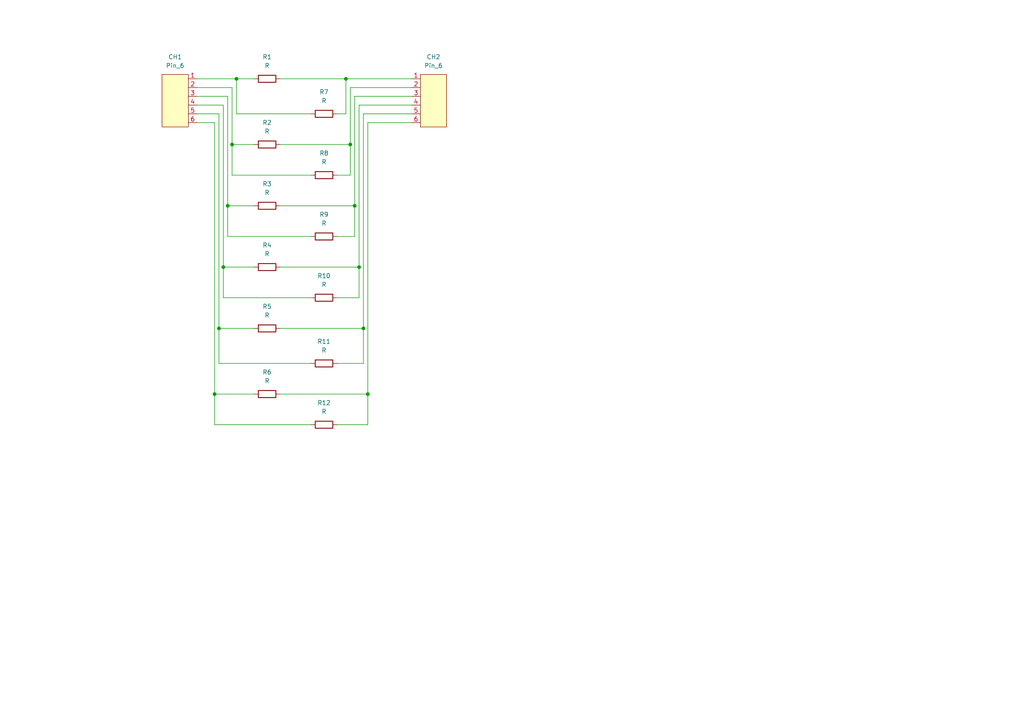
<source format=kicad_sch>
(kicad_sch (version 20231120) (generator "eeschema") (generator_version "8.0")
  (paper "A4")
  (lib_symbols
    (symbol "74th_Interface:Pin_6"
      (property "Reference" "CH" (at 0 2.54 0))
      (property "Value" "Pin_6" (at 0 5.08 0))
      (symbol "Pin_6_0_1"
        (rectangle (start -3.81 1.27) (end 3.81 -13.97) (stroke (width 0.1524)) (fill (type background)))
      )
      (symbol "Pin_6_1_1"
        (pin bidirectional line (at 6.35 0 180) (length 2.54) (name "") (number "1"))
        (pin bidirectional line (at 6.35 -2.54 180) (length 2.54) (name "") (number "2"))
        (pin bidirectional line (at 6.35 -5.08 180) (length 2.54) (name "") (number "3"))
        (pin bidirectional line (at 6.35 -7.62 180) (length 2.54) (name "") (number "4"))
        (pin bidirectional line (at 6.35 -10.16 180) (length 2.54) (name "") (number "5"))
        (pin bidirectional line (at 6.35 -12.7 180) (length 2.54) (name "") (number "6"))
      )
    )
    (symbol "Device:R" (pin_numbers hide) (pin_names (offset 0))
      (property "Reference" "R" (at 2.032 0 90))
      (property "Value" "R" (at 0 0 90))
      (symbol "R_0_1"
        (rectangle (start -1.016 -2.54) (end 1.016 2.54) (stroke (width 0.254)))
      )
      (symbol "R_1_1"
        (pin passive line (at 0 3.81 270) (length 1.27) (name "~") (number "1"))
        (pin passive line (at 0 -3.81 90) (length 1.27) (name "~") (number "2"))
      )
    )
  )
  (junction (at 101.6 41.91))
  (junction (at 63.5 95.25))
  (junction (at 66.04 59.69))
  (junction (at 102.87 59.69))
  (junction (at 64.77 77.47))
  (junction (at 68.58 22.86))
  (junction (at 100.33 22.86))
  (junction (at 62.23 114.3))
  (junction (at 67.31 41.91))
  (junction (at 106.68 114.3))
  (junction (at 104.14 77.47))
  (junction (at 105.41 95.25))
  (wire (pts (xy 63.5 95.25) (xy 63.5 105.41)))
  (wire (pts (xy 63.5 33.02) (xy 63.5 95.25)))
  (wire (pts (xy 57.15 30.48) (xy 64.77 30.48)))
  (wire (pts (xy 64.77 86.36) (xy 64.77 77.47)))
  (wire (pts (xy 64.77 30.48) (xy 64.77 77.47)))
  (wire (pts (xy 90.17 105.41) (xy 63.5 105.41)))
  (wire (pts (xy 81.28 22.86) (xy 100.33 22.86)))
  (wire (pts (xy 105.41 105.41) (xy 105.41 95.25)))
  (wire (pts (xy 68.58 22.86) (xy 73.66 22.86)))
  (wire (pts (xy 67.31 25.4) (xy 67.31 41.91)))
  (wire (pts (xy 90.17 68.58) (xy 66.04 68.58)))
  (wire (pts (xy 105.41 95.25) (xy 105.41 33.02)))
  (wire (pts (xy 66.04 68.58) (xy 66.04 59.69)))
  (wire (pts (xy 62.23 114.3) (xy 62.23 35.56)))
  (wire (pts (xy 101.6 50.8) (xy 101.6 41.91)))
  (wire (pts (xy 105.41 33.02) (xy 119.38 33.02)))
  (wire (pts (xy 73.66 95.25) (xy 63.5 95.25)))
  (wire (pts (xy 97.79 123.19) (xy 106.68 123.19)))
  (wire (pts (xy 68.58 33.02) (xy 90.17 33.02)))
  (wire (pts (xy 100.33 22.86) (xy 119.38 22.86)))
  (wire (pts (xy 101.6 41.91) (xy 101.6 25.4)))
  (wire (pts (xy 104.14 86.36) (xy 104.14 77.47)))
  (wire (pts (xy 81.28 95.25) (xy 105.41 95.25)))
  (wire (pts (xy 97.79 86.36) (xy 104.14 86.36)))
  (wire (pts (xy 57.15 22.86) (xy 68.58 22.86)))
  (wire (pts (xy 101.6 25.4) (xy 119.38 25.4)))
  (wire (pts (xy 106.68 123.19) (xy 106.68 114.3)))
  (wire (pts (xy 67.31 41.91) (xy 73.66 41.91)))
  (wire (pts (xy 81.28 114.3) (xy 106.68 114.3)))
  (wire (pts (xy 97.79 105.41) (xy 105.41 105.41)))
  (wire (pts (xy 97.79 50.8) (xy 101.6 50.8)))
  (wire (pts (xy 66.04 59.69) (xy 66.04 27.94)))
  (wire (pts (xy 81.28 59.69) (xy 102.87 59.69)))
  (wire (pts (xy 67.31 50.8) (xy 67.31 41.91)))
  (wire (pts (xy 106.68 114.3) (xy 106.68 35.56)))
  (wire (pts (xy 97.79 33.02) (xy 100.33 33.02)))
  (wire (pts (xy 62.23 123.19) (xy 62.23 114.3)))
  (wire (pts (xy 57.15 33.02) (xy 63.5 33.02)))
  (wire (pts (xy 106.68 35.56) (xy 119.38 35.56)))
  (wire (pts (xy 68.58 22.86) (xy 68.58 33.02)))
  (wire (pts (xy 102.87 27.94) (xy 102.87 59.69)))
  (wire (pts (xy 73.66 59.69) (xy 66.04 59.69)))
  (wire (pts (xy 104.14 30.48) (xy 119.38 30.48)))
  (wire (pts (xy 81.28 77.47) (xy 104.14 77.47)))
  (wire (pts (xy 81.28 41.91) (xy 101.6 41.91)))
  (wire (pts (xy 73.66 114.3) (xy 62.23 114.3)))
  (wire (pts (xy 90.17 50.8) (xy 67.31 50.8)))
  (wire (pts (xy 100.33 33.02) (xy 100.33 22.86)))
  (wire (pts (xy 97.79 68.58) (xy 102.87 68.58)))
  (wire (pts (xy 102.87 27.94) (xy 119.38 27.94)))
  (wire (pts (xy 66.04 27.94) (xy 57.15 27.94)))
  (wire (pts (xy 62.23 35.56) (xy 57.15 35.56)))
  (wire (pts (xy 57.15 25.4) (xy 67.31 25.4)))
  (wire (pts (xy 90.17 86.36) (xy 64.77 86.36)))
  (wire (pts (xy 104.14 30.48) (xy 104.14 77.47)))
  (wire (pts (xy 90.17 123.19) (xy 62.23 123.19)))
  (wire (pts (xy 102.87 59.69) (xy 102.87 68.58)))
  (wire (pts (xy 64.77 77.47) (xy 73.66 77.47)))
  (symbol (lib_id "Device:R") (at 93.98 105.41 90) (unit 1)
    (property "Reference" "R11" (at 93.98 99.06 90))
    (property "Value" "R" (at 93.98 101.6 90))
    (property "Footprint" "74th:Capacitor_1206_3216" (effects (hide yes)))
    (property "Description" "Resistor" (effects (hide yes)))
  )
  (symbol (lib_id "Device:R") (at 77.47 114.3 90) (unit 1)
    (property "Reference" "R6" (at 77.47 107.95 90))
    (property "Value" "R" (at 77.47 110.49 90))
    (property "Footprint" "74th:Capacitor_0805_2012" (effects (hide yes)))
    (property "Description" "Resistor" (effects (hide yes)))
  )
  (symbol (lib_id "Device:R") (at 93.98 33.02 90) (unit 1)
    (property "Reference" "R7" (at 93.98 26.67 90))
    (property "Value" "R" (at 93.98 29.21 90))
    (property "Footprint" "74th:Capacitor_1206_3216" (effects (hide yes)))
    (property "Description" "Resistor" (effects (hide yes)))
  )
  (symbol (lib_id "Device:R") (at 77.47 77.47 90) (unit 1)
    (property "Reference" "R4" (at 77.47 71.12 90))
    (property "Value" "R" (at 77.47 73.66 90))
    (property "Footprint" "74th:Capacitor_0805_2012" (effects (hide yes)))
    (property "Description" "Resistor" (effects (hide yes)))
  )
  (symbol (lib_id "Device:R") (at 93.98 86.36 90) (unit 1)
    (property "Reference" "R10" (at 93.98 80.01 90))
    (property "Value" "R" (at 93.98 82.55 90))
    (property "Footprint" "74th:Capacitor_1206_3216" (effects (hide yes)))
    (property "Description" "Resistor" (effects (hide yes)))
  )
  (symbol (lib_id "74th_Interface:Pin_6") (at 125.73 22.86 0) (mirror y) (unit 1)
    (property "Reference" "CH2" (at 125.73 16.51 0))
    (property "Value" "Pin_6" (at 125.73 19.05 0))
    (property "Footprint" "74th:PinOut_Pin_6" (effects (hide yes)))
  )
  (symbol (lib_id "Device:R") (at 93.98 50.8 90) (unit 1)
    (property "Reference" "R8" (at 93.98 44.45 90))
    (property "Value" "R" (at 93.98 46.99 90))
    (property "Footprint" "74th:Capacitor_1206_3216" (effects (hide yes)))
    (property "Description" "Resistor" (effects (hide yes)))
  )
  (symbol (lib_id "Device:R") (at 77.47 22.86 90) (unit 1)
    (property "Reference" "R1" (at 77.47 16.51 90))
    (property "Value" "R" (at 77.47 19.05 90))
    (property "Footprint" "74th:Capacitor_0805_2012" (effects (hide yes)))
    (property "Description" "Resistor" (effects (hide yes)))
  )
  (symbol (lib_id "74th_Interface:Pin_6") (at 50.8 22.86 0) (unit 1)
    (property "Reference" "CH1" (at 50.8 16.51 0))
    (property "Value" "Pin_6" (at 50.8 19.05 0))
    (property "Footprint" "74th:PinOut_Pin_6" (effects (hide yes)))
  )
  (symbol (lib_id "Device:R") (at 77.47 95.25 90) (unit 1)
    (property "Reference" "R5" (at 77.47 88.9 90))
    (property "Value" "R" (at 77.47 91.44 90))
    (property "Footprint" "74th:Capacitor_0805_2012" (effects (hide yes)))
    (property "Description" "Resistor" (effects (hide yes)))
  )
  (symbol (lib_id "Device:R") (at 93.98 123.19 90) (unit 1)
    (property "Reference" "R12" (at 93.98 116.84 90))
    (property "Value" "R" (at 93.98 119.38 90))
    (property "Footprint" "74th:Capacitor_1206_3216" (effects (hide yes)))
    (property "Description" "Resistor" (effects (hide yes)))
  )
  (symbol (lib_id "Device:R") (at 77.47 59.69 90) (unit 1)
    (property "Reference" "R3" (at 77.47 53.34 90))
    (property "Value" "R" (at 77.47 55.88 90))
    (property "Footprint" "74th:Capacitor_0805_2012" (effects (hide yes)))
    (property "Description" "Resistor" (effects (hide yes)))
  )
  (symbol (lib_id "Device:R") (at 93.98 68.58 90) (unit 1)
    (property "Reference" "R9" (at 93.98 62.23 90))
    (property "Value" "R" (at 93.98 64.77 90))
    (property "Footprint" "74th:Capacitor_1206_3216" (effects (hide yes)))
    (property "Description" "Resistor" (effects (hide yes)))
  )
  (symbol (lib_id "Device:R") (at 77.47 41.91 90) (unit 1)
    (property "Reference" "R2" (at 77.47 35.56 90))
    (property "Value" "R" (at 77.47 38.1 90))
    (property "Footprint" "74th:Capacitor_0805_2012" (effects (hide yes)))
    (property "Description" "Resistor" (effects (hide yes)))
  )
)
</source>
